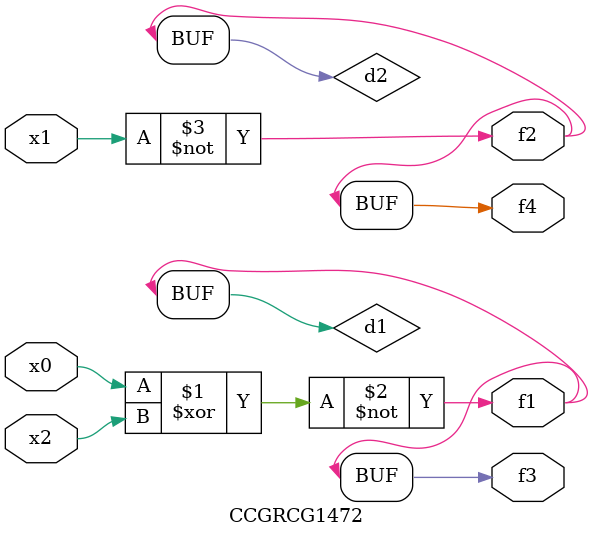
<source format=v>
module CCGRCG1472(
	input x0, x1, x2,
	output f1, f2, f3, f4
);

	wire d1, d2, d3;

	xnor (d1, x0, x2);
	nand (d2, x1);
	nor (d3, x1, x2);
	assign f1 = d1;
	assign f2 = d2;
	assign f3 = d1;
	assign f4 = d2;
endmodule

</source>
